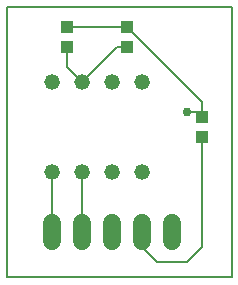
<source format=gtl>
G04 EAGLE Gerber RS-274X export*
G75*
%MOMM*%
%FSLAX34Y34*%
%LPD*%
%INTop Copper*%
%IPPOS*%
%AMOC8*
5,1,8,0,0,1.08239X$1,22.5*%
G01*
%ADD10C,0.152400*%
%ADD11R,1.000000X1.100000*%
%ADD12C,1.320800*%
%ADD13R,1.100000X1.000000*%
%ADD14C,1.524000*%
%ADD15C,0.756400*%


D10*
X0Y0D02*
X0Y228600D01*
X190500Y228600D01*
X190500Y0D01*
X0Y0D01*
D11*
X50800Y211700D03*
X50800Y194700D03*
D12*
X114300Y88900D03*
X88900Y88900D03*
X88900Y165100D03*
X114300Y165100D03*
X63500Y88900D03*
X38100Y88900D03*
X63500Y165100D03*
X38100Y165100D03*
D13*
X165100Y118500D03*
X165100Y135500D03*
X101600Y211700D03*
X101600Y194700D03*
D14*
X139700Y45720D02*
X139700Y30480D01*
X114300Y30480D02*
X114300Y45720D01*
X88900Y45720D02*
X88900Y30480D01*
X63500Y30480D02*
X63500Y45720D01*
X38100Y45720D02*
X38100Y30480D01*
D10*
X50800Y211700D02*
X101600Y211700D01*
X165100Y148200D01*
X165100Y135500D01*
D15*
X152400Y139700D03*
D10*
X160900Y139700D01*
X165100Y135500D01*
X50800Y177800D02*
X50800Y194700D01*
X50800Y177800D02*
X63500Y165100D01*
X93100Y194700D01*
X101600Y194700D01*
X38100Y88900D02*
X38100Y38100D01*
X63500Y38100D02*
X63500Y88900D01*
X114300Y38100D02*
X114300Y25400D01*
X127000Y12700D01*
X152400Y12700D01*
X165100Y25400D01*
X165100Y118500D01*
M02*

</source>
